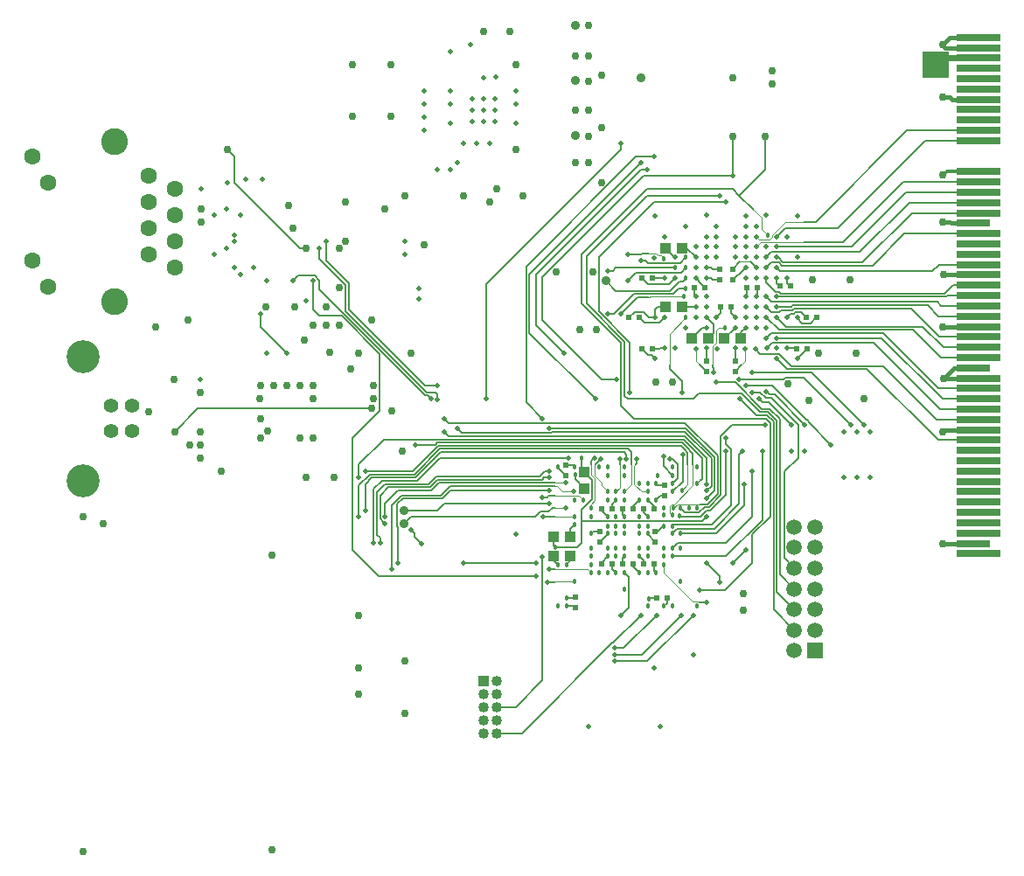
<source format=gbl>
G04 ================== begin FILE IDENTIFICATION RECORD ==================*
G04 Layout Name:  DAQ_CONTROLLER.brd*
G04 Film Name:    BOTTOM*
G04 File Format:  Gerber RS274X*
G04 File Origin:  Cadence Allegro 17.2-S057*
G04 Origin Date:  Wed Aug 07 01:46:16 2019*
G04 *
G04 Layer:  ETCH/BOTTOM*
G04 Layer:  PIN/BOTTOM*
G04 Layer:  VIA CLASS/BOTTOM*
G04 *
G04 Offset:    (0.00 0.00)*
G04 Mirror:    No*
G04 Mode:      Positive*
G04 Rotation:  0*
G04 FullContactRelief:  No*
G04 UndefLineWidth:     0.00*
G04 ================== end FILE IDENTIFICATION RECORD ====================*
%FSLAX25Y25*MOIN*%
%IR0*IPPOS*OFA0.00000B0.00000*MIA0B0*SFA1.00000B1.00000*%
%ADD15C,.02*%
%ADD12C,.03*%
%ADD17C,.04*%
%ADD16C,.035*%
%ADD19C,.018*%
%ADD18R,.04X.04*%
%ADD13C,.05512*%
%ADD22C,.05906*%
%ADD21R,.02362X.02362*%
%ADD24R,.16535X.02756*%
%ADD11C,.06299*%
%ADD23R,.05906X.05906*%
%ADD20R,.03937X.03937*%
%ADD25R,.12598X.02756*%
%ADD14C,.10236*%
%ADD10C,.12598*%
%ADD26C,.012*%
%ADD27C,.024*%
%ADD28C,.016*%
%ADD29C,.004*%
%ADD30C,.006*%
%ADD31C,.008*%
G75*
%LPD*%
G75*
G36*
G01X325000Y30000D02*
X333246D01*
X333273Y29992D01*
G03X333661Y29938I385J1347D01*
G01X335000D01*
Y20000D01*
X325000D01*
Y30000D01*
G37*
G54D10*
X5000Y-133701D03*
Y-86299D03*
G54D20*
X190650Y-162500D03*
X184350D03*
X190650Y-155000D03*
X184350D03*
X196000Y-136650D03*
Y-130350D03*
X236850Y-79500D03*
X226850Y-67500D03*
X233150D03*
X226850Y-45000D03*
X233150D03*
X243150Y-79500D03*
X249350D03*
X255650D03*
G54D11*
X-8307Y-59862D03*
X-14291Y-49862D03*
X-8307Y-20059D03*
X-14291Y-10059D03*
X29961Y-47441D03*
Y-37441D03*
Y-27441D03*
Y-17441D03*
X39961Y-52441D03*
Y-42441D03*
Y-32441D03*
Y-22441D03*
G54D30*
G01X60000Y-7500D02*
X62500Y-10000D01*
Y-20000D01*
X87500Y-45000D01*
X90000D01*
G01X72500Y-70000D02*
Y-75000D01*
X82500Y-85000D01*
G01X137500Y-102500D02*
X136227Y-101227D01*
X135425D01*
X95000Y-60802D01*
Y-57312D01*
X93288Y-55600D01*
X86900D01*
X85000Y-57500D01*
G01X95000Y-45000D02*
Y-49105D01*
X105000Y-59105D01*
Y-69104D01*
X135896Y-100000D01*
X139112D01*
X140000Y-100888D01*
Y-102688D01*
G01X177500Y-170000D02*
X117500D01*
X107500Y-160000D01*
Y-117500D01*
X117850Y-107150D01*
Y-85350D01*
X103450Y-70950D01*
X95000D01*
X92500Y-68450D01*
Y-57500D01*
G01X97500Y-42500D02*
Y-49907D01*
X106200Y-58607D01*
Y-68606D01*
X135094Y-97500D01*
X140000D01*
G01X118100Y-157500D02*
Y-155600D01*
X116900Y-154400D01*
Y-138100D01*
X120000Y-135000D01*
X136604D01*
X139506Y-132098D01*
X178790D01*
X180888Y-130000D01*
X182688D01*
G01X182447Y-132489D02*
X180647D01*
X179838Y-133298D01*
X140004D01*
X137102Y-136200D01*
X121300D01*
X118100Y-139400D01*
Y-148288D01*
X119212Y-149400D01*
X119400D01*
X120000Y-150000D01*
G01Y-147500D02*
Y-142312D01*
X124812Y-137500D01*
X137500D01*
X140502Y-134498D01*
X183786D01*
X183816Y-134528D01*
X184941D01*
G01X115600Y-157500D02*
Y-136899D01*
X118799Y-133700D01*
X132198D01*
X140898Y-125000D01*
X190000D01*
G01X213947Y-127441D02*
Y-122953D01*
X212594Y-121600D01*
X140902D01*
X131202Y-131300D01*
X114104D01*
X110000Y-135404D01*
Y-147500D01*
G01X112500Y-145000D02*
Y-135000D01*
X115000Y-132500D01*
X131700D01*
X141400Y-122800D01*
X211106D01*
X212003Y-123697D01*
Y-125477D01*
X212025Y-125499D01*
X212047D01*
G01X112500Y-130100D02*
X130704D01*
X140404Y-120400D01*
X232800D01*
X234273Y-121873D01*
X234278D01*
X235390Y-122985D01*
Y-127441D01*
G01X110000Y-132500D02*
Y-127500D01*
X119500Y-118000D01*
X233801D01*
X240801Y-125000D01*
Y-132998D01*
X240059Y-133740D01*
G01X125000Y-165094D02*
Y-151398D01*
X124700Y-151098D01*
Y-142610D01*
X126805Y-140505D01*
X141995D01*
X144902Y-137598D01*
X182500D01*
G01X122500Y-167500D02*
Y-143112D01*
X126307Y-139305D01*
X141423D01*
X145000Y-135728D01*
X181682D01*
X181712Y-135698D01*
X183288D01*
X183318Y-135728D01*
X184941D01*
G01X127350Y-150000D02*
X129850Y-147500D01*
X177312D01*
X179315Y-145497D01*
X182291D01*
X183812Y-143976D01*
X184941D01*
G01X127350Y-145000D02*
X140000D01*
X142502Y-142498D01*
X182602D01*
G01X130000Y-152500D02*
X131273Y-153773D01*
Y-155173D01*
X133900Y-157800D01*
G01X131500Y-120000D02*
X139106D01*
X139906Y-119200D01*
X233298D01*
X234771Y-120673D01*
X234776D01*
X237401Y-123298D01*
Y-127441D01*
G01X177500Y-165181D02*
X150000D01*
G01X147500Y-113800D02*
X149300Y-115600D01*
X183288D01*
X183888Y-115000D01*
X234197D01*
X244430Y-125233D01*
Y-135817D01*
X242624Y-137623D01*
G01X142500Y-115000D02*
X144300Y-116800D01*
X234299D01*
X242530Y-125031D01*
Y-135029D01*
G01X142500Y-110000D02*
X144400Y-111900D01*
X180788D01*
X180888Y-111800D01*
X234393D01*
X246830Y-124237D01*
Y-138793D01*
X242976Y-142647D01*
X240059D01*
G01X162500Y-230000D02*
X172312D01*
X206712Y-195600D01*
X206900D01*
X217500Y-185000D01*
G01X162500Y-220000D02*
X169800D01*
X179900Y-209900D01*
Y-171712D01*
X180000Y-171612D01*
Y-162874D01*
G01X210000Y-5000D02*
Y-7500D01*
X158600Y-58900D01*
Y-102500D01*
G01X181800Y-172500D02*
X184493D01*
X184941Y-172052D01*
G01X182500Y-167496D02*
X184941D01*
G01X180103Y-147397D02*
X184941D01*
G01Y-139498D02*
X182302D01*
X181800Y-140000D01*
X180000D01*
Y-140188D01*
X179812D01*
G01X222547Y-10141D02*
X215754D01*
X173800Y-52095D01*
Y-103800D01*
X180000Y-110000D01*
G01X242483Y-140452D02*
X245630Y-137305D01*
Y-124735D01*
X234595Y-113700D01*
X182500D01*
G01X217500Y-12500D02*
X175000Y-55000D01*
Y-77312D01*
X200094Y-102406D01*
G01X220000Y-15000D02*
X217500D01*
X177500Y-55000D01*
Y-74444D01*
X188328Y-85272D01*
G01X252500Y-17500D02*
X218755D01*
X180000Y-56255D01*
Y-72500D01*
X202500Y-95000D01*
X208100D01*
G01X199907Y-125000D02*
X198634Y-126273D01*
Y-127441D01*
G01X200307D02*
X202395Y-125353D01*
G01X247500Y-25000D02*
X220000D01*
X196790Y-48210D01*
Y-66176D01*
X211400Y-80786D01*
Y-101400D01*
X212500Y-102500D01*
X237500D01*
X239494Y-100506D01*
X255882D01*
X262876Y-107500D01*
X266084D01*
X269300Y-110716D01*
Y-176111D01*
X276063Y-182874D01*
G01X213300Y-100000D02*
Y-80988D01*
X201590Y-69278D01*
Y-48410D01*
X222500Y-27500D01*
X250000D01*
G01X255000Y-25000D02*
X252500Y-22500D01*
X220000D01*
X195000Y-47500D01*
Y-66084D01*
X210000Y-81084D01*
Y-105000D01*
X215000Y-110000D01*
X265188D01*
X266900Y-111712D01*
Y-147298D01*
X260000Y-154198D01*
Y-165000D01*
X249528Y-175472D01*
X240059D01*
G01X205000Y-70000D02*
X207312D01*
X214812Y-62500D01*
X230000D01*
X232078Y-60422D01*
X234673D01*
G01X204240Y-57480D02*
X208060Y-61300D01*
X228701D01*
X232314Y-57687D01*
X233470D01*
X234673Y-56484D01*
G01X230736Y-52547D02*
X207953D01*
X206800Y-53700D01*
X205000D01*
G01X232971Y-185000D02*
X217971Y-200000D01*
X207500D01*
G01X237500Y-185000D02*
X220000Y-202500D01*
X207500D01*
G01X223524Y-185000D02*
X211024Y-197500D01*
X207500D01*
G01X211196Y-168902D02*
X212896Y-170602D01*
Y-182104D01*
X210000Y-185000D01*
G01X209548Y-125400D02*
Y-127441D01*
G01X215847Y-125324D02*
Y-127124D01*
X215530Y-127441D01*
G01X210000Y-70000D02*
X216300Y-63700D01*
X220472D01*
G01X212500Y-57500D02*
X215581Y-54419D01*
X232801D01*
X234673Y-52547D01*
G01X212500Y-47500D02*
X217500D01*
X217945Y-47055D01*
X220472D01*
G01X217535Y-49902D02*
X219335D01*
X220139Y-50706D01*
X232577D01*
X234673Y-48610D01*
G01X240059Y-180000D02*
X242500D01*
G01X263800Y-122500D02*
Y-148700D01*
X249897Y-162603D01*
X229552D01*
G01X260000Y-130000D02*
Y-147500D01*
X250000Y-157500D01*
X231506D01*
X229552Y-159454D01*
G01X256200Y-122500D02*
X254927Y-123773D01*
Y-142573D01*
X245504Y-151996D01*
X231252D01*
X229552Y-153696D01*
G01X250073Y-117393D02*
Y-119885D01*
X251900Y-121712D01*
Y-143100D01*
X244454Y-150546D01*
X230052D01*
X229552Y-151046D01*
G01X232363Y-147130D02*
X232630Y-147397D01*
X240095D01*
X242445Y-145047D01*
X243972D01*
X249900Y-139119D01*
Y-138993D01*
X250000Y-138893D01*
Y-122500D01*
G01X256827Y-135000D02*
Y-143172D01*
X246303Y-153696D01*
X232702D01*
G01X265000Y-112500D02*
X252278D01*
X248030Y-116748D01*
Y-139291D01*
X243474Y-143847D01*
X241806D01*
X239706Y-145947D01*
X234402D01*
X232702Y-144247D01*
G01X226173Y-124620D02*
Y-128270D01*
X229552Y-131649D01*
G01Y-134798D02*
X231500Y-132850D01*
Y-127324D01*
X229629Y-125453D01*
X228531D01*
G01X233490Y-123773D02*
Y-134010D01*
X229552Y-137948D01*
G01X233119Y-100000D02*
Y-95756D01*
X228428Y-91065D01*
Y-89528D01*
G01X242500Y-165000D02*
X247500Y-170000D01*
Y-172500D01*
G01X257500Y-160000D02*
X252500Y-165000D01*
G01X276063Y-190748D02*
X268100Y-182785D01*
Y-111214D01*
X265686Y-108800D01*
X261488D01*
X255094Y-102406D01*
G01X276063Y-175000D02*
X270500Y-169437D01*
Y-110218D01*
X266582Y-106300D01*
X263612D01*
X253468Y-96156D01*
X246344D01*
G01X244929Y-89528D02*
Y-90448D01*
X245181Y-90700D01*
Y-92500D01*
G01X297500Y-112500D02*
X279450Y-94450D01*
X272536D01*
X271986Y-95000D01*
X255000D01*
G01X257500Y-97500D02*
X267500D01*
X280600Y-110600D01*
X280788D01*
X281900Y-111712D01*
Y-111900D01*
X290000Y-120000D01*
G01X265000Y-2500D02*
Y-15000D01*
X255000Y-25000D01*
G01D02*
X260472Y-30472D01*
G01X252500Y-17500D02*
Y-2500D01*
G01X276063Y-167126D02*
X272210Y-163273D01*
Y-130289D01*
X277500Y-124999D01*
Y-112312D01*
X267331Y-102143D01*
X265115D01*
X262972Y-100000D01*
X260000D01*
G01X280000Y-112500D02*
X268445Y-100943D01*
X266603D01*
X265330Y-99670D01*
G01X275000Y-112500D02*
X266273Y-103773D01*
X263773D01*
X262500Y-102500D01*
G01X346220Y-118268D02*
X330768D01*
X303700Y-91200D01*
X273362D01*
X271690Y-89528D01*
X271654D01*
X269335Y-87209D01*
G01X302500Y-112500D02*
X282500Y-92500D01*
X260000D01*
G01X265398Y-71461D02*
X270118Y-76181D01*
X321181D01*
X331772Y-86772D01*
X346220D01*
G01X269335Y-79335D02*
X309335D01*
X332520Y-102520D01*
X346220D01*
G01X269335Y-71461D02*
X272855Y-74981D01*
X324981D01*
X332835Y-82835D01*
X346220D01*
G01Y-98583D02*
X331084D01*
X309936Y-77435D01*
X267298D01*
X265398Y-79335D01*
G01X265614Y-83056D02*
X267435Y-81235D01*
X306235D01*
X331457Y-106457D01*
X346220D01*
G01X261245Y-83488D02*
X263066Y-85309D01*
X270309D01*
X275000Y-90000D01*
X310000D01*
X330394Y-110394D01*
X346220D01*
G01X269335Y-63587D02*
X333913D01*
X334350Y-63150D01*
X346220D01*
G01X269335Y-67524D02*
X274780D01*
X275385Y-66919D01*
X326919D01*
X331024Y-71024D01*
X346220D01*
G01X265398Y-56413D02*
Y-58213D01*
X268872Y-61687D01*
X270123D01*
X270823Y-62387D01*
X333415D01*
X336589Y-59213D01*
X346220D01*
G01X265398Y-63587D02*
X267298Y-65487D01*
X330488D01*
X332088Y-67087D01*
X346220D01*
G01Y-78898D02*
X331398D01*
X320619Y-68119D01*
X275883D01*
X275278Y-68724D01*
X270823D01*
X270123Y-69424D01*
X267298D01*
X265398Y-67524D01*
G01X346220Y-4094D02*
X325906D01*
X292500Y-37500D01*
X272500D01*
X269335Y-40665D01*
G01X346220Y-27717D02*
X319783D01*
X300930Y-46570D01*
X267367D01*
X265398Y-48539D01*
G01X346220Y-39528D02*
X317972D01*
X305861Y-51639D01*
X271186D01*
X270123Y-50576D01*
X267298D01*
X265398Y-52476D01*
G01X279528Y-35000D02*
X284228D01*
X319071Y-157D01*
X346220D01*
G01Y-19843D02*
X333552D01*
X333495Y-19900D01*
X331505D01*
X331448Y-19843D01*
X317657D01*
X294598Y-42902D01*
X279528D01*
G01X346220Y-23780D02*
X318720D01*
X297898Y-44602D01*
X269335D01*
G01Y-48539D02*
X269784D01*
X271684Y-50439D01*
X302061D01*
X320846Y-31654D01*
X346220D01*
G01Y-51339D02*
X331160D01*
X328750Y-53749D01*
X270608D01*
X269335Y-52476D01*
G54D21*
X189000Y-131669D03*
Y-127731D03*
X192500Y-178031D03*
Y-181969D03*
X202531Y-165500D03*
X206469D03*
X202000Y-156969D03*
Y-153031D03*
X202531Y-144500D03*
X206469D03*
X223531Y-178500D03*
X210531Y-165500D03*
X214469D03*
X218531D03*
X222469D03*
X210531Y-144500D03*
X214469D03*
X218531D03*
X222469D03*
X223000Y-156969D03*
Y-153031D03*
X213031Y-71500D03*
X216969D03*
X218031Y-83500D03*
X221969D03*
X218031Y-56500D03*
X221969D03*
X227469Y-178500D03*
X226500Y-135531D03*
Y-139469D03*
X238031Y-60000D03*
X242500Y-91969D03*
X253500D03*
X242500Y-88031D03*
X253500D03*
X247500Y-56969D03*
X248031Y-67500D03*
X251969D03*
X241969Y-60000D03*
X252500Y-56969D03*
X258031Y-60000D03*
X247500Y-53031D03*
X252500D03*
X261969Y-60000D03*
X270531Y-59500D03*
X274469D03*
X284469Y-71500D03*
X280531D03*
X280969Y-83500D03*
X277031D03*
G54D12*
X4887Y-275000D03*
X5000Y-147500D03*
X12500Y-150000D03*
X30000Y-107500D03*
X32500Y-75000D03*
X49550Y-125000D03*
X45450Y-120000D03*
X49550Y-115000D03*
Y-120000D03*
X40000Y-115000D03*
X49550Y-100000D03*
X39550Y-95000D03*
X45000Y-72500D03*
X50000Y-35000D03*
Y-30000D03*
X57500Y-130000D03*
X60000Y-7500D03*
X77087Y-274587D03*
Y-162087D03*
X72500Y-117500D03*
X75152Y-114848D03*
X72500Y-110000D03*
X72421Y-102579D03*
X72500Y-97500D03*
X77500D03*
X82500D03*
X74550Y-67500D03*
X85450D03*
X85000Y-37500D03*
X83418Y-28733D03*
X100450Y-132500D03*
X90000D03*
X87500Y-117500D03*
X92500D03*
Y-102500D03*
Y-97500D03*
X87500D03*
X92500Y-74550D03*
X97500D03*
X102500D03*
X98793Y-84892D03*
X89423Y-80151D03*
X97500Y-67500D03*
X102500Y-60000D03*
Y-45000D03*
X90000D03*
X110000Y-215000D03*
Y-205000D03*
Y-185053D03*
X115000Y-106290D03*
X115450Y-102500D03*
X106969Y-90981D03*
X115450Y-97500D03*
X115000Y-72500D03*
X110000Y-85000D03*
X105000Y-42500D03*
Y-27500D03*
X119964Y-29964D03*
X107657Y5157D03*
Y24843D03*
X127500Y-222500D03*
Y-202500D03*
X126500Y-122500D03*
X122500Y-107050D03*
X130000Y-85000D03*
X135000Y-43700D03*
X127500Y-25000D03*
X122343Y5157D03*
Y24843D03*
X150000Y-25000D03*
X172500D03*
X162500Y-22500D03*
X160000Y-27500D03*
X170000Y-7500D03*
Y25000D03*
X167500Y37500D03*
X157500D03*
X185381Y-54269D03*
X200650Y-76032D03*
X194350D03*
X199190Y-54269D03*
X202500Y-20000D03*
X192500Y-12500D03*
X197500D03*
X192500Y7500D03*
X197500D03*
X202500Y1000D03*
X197500Y-2300D03*
X202500Y21000D03*
X192500Y28055D03*
X197500D03*
Y18673D03*
Y40000D03*
X223350Y-96032D03*
X229650D03*
X256468Y-176850D03*
Y-183150D03*
X252500Y-2500D03*
Y20000D03*
X273531Y-96850D03*
X265000Y-2500D03*
X267500Y22500D03*
Y17500D03*
X281468Y-103150D03*
X285382Y-85000D03*
X282882Y-57000D03*
X302500Y-102500D03*
X299619Y-85000D03*
X297119Y-57000D03*
X327598Y27402D03*
X327500Y22500D03*
X332638Y-157638D03*
X332500Y-115000D03*
X332854Y-94646D03*
X332539Y-74961D03*
X332776Y-55276D03*
X332500Y-35000D03*
Y-17000D03*
Y12500D03*
X332598Y27402D03*
X332500Y22500D03*
Y32500D03*
G54D31*
G01X115000Y-106290D02*
X48710D01*
X40000Y-115000D01*
G01X190650Y-162500D02*
Y-164252D01*
X189149Y-165753D01*
G01X184350Y-162500D02*
Y-164104D01*
X185999Y-165753D01*
G01X184350Y-155000D02*
Y-158445D01*
X185000Y-159095D01*
G01D02*
X193405D01*
X195000Y-157500D01*
Y-149197D01*
G01X189000Y-131669D02*
X185999Y-128668D01*
Y-128499D01*
G01X189149Y-178351D02*
X192180D01*
X192500Y-178031D01*
G01X189149Y-181501D02*
X192032D01*
X192500Y-181969D01*
G01X202531Y-165500D02*
Y-164969D01*
X204897Y-162603D01*
G01X202000Y-156969D02*
X204897Y-154072D01*
Y-153696D01*
G01X190650Y-155000D02*
Y-152194D01*
X192298Y-150546D01*
G01X202531Y-144500D02*
Y-145031D01*
X204897Y-147397D01*
G01X202000Y-153031D02*
X199263D01*
X198598Y-153696D01*
G01X195000Y-149197D02*
X240983D01*
X242590Y-147590D01*
G01X196000Y-130350D02*
X199000Y-133350D01*
Y-140830D01*
X195000Y-144830D01*
Y-149197D01*
G01X192581Y-131341D02*
Y-133231D01*
X196000Y-136650D01*
G01X189000Y-127731D02*
X191530D01*
X192298Y-128499D01*
G01X195000Y-125000D02*
Y-129350D01*
X196000Y-130350D01*
G01X223531Y-178500D02*
X221038D01*
X220645Y-178893D01*
G01X218531Y-165500D02*
Y-164180D01*
X216954Y-162603D01*
G01X210531Y-165500D02*
Y-163268D01*
X211196Y-162603D01*
G01X214469Y-165500D02*
Y-166417D01*
X216954Y-168902D01*
G01X206469Y-165500D02*
Y-167325D01*
X208046Y-168902D01*
G01X223228Y-168877D02*
X222469Y-168118D01*
Y-165500D01*
G01X223000Y-156969D02*
X220103Y-154072D01*
Y-153696D01*
G01X218531Y-144500D02*
Y-145825D01*
X220103Y-147397D01*
G01X210531Y-144500D02*
Y-146732D01*
X211196Y-147397D01*
G01X222469Y-144500D02*
Y-143464D01*
X220103Y-141098D01*
G01X214469Y-144500D02*
Y-143583D01*
X216954Y-141098D01*
G01X206469Y-144500D02*
Y-142675D01*
X208046Y-141098D01*
G01X223000Y-153031D02*
X223917D01*
X225902Y-151046D01*
X226402D01*
G01X226500Y-135531D02*
X223986D01*
X223253Y-134798D01*
G01X226500Y-139469D02*
X224882D01*
X223253Y-141098D01*
G01X218031Y-83500D02*
X220396Y-85865D01*
X221447D01*
X222791Y-87209D01*
G01X221969Y-83500D02*
X224600D01*
X224828Y-83272D01*
X226728D01*
G01X216969Y-71500D02*
X218930Y-73461D01*
X224728D01*
X226728Y-71461D01*
G01X222791D02*
Y-68490D01*
X223781Y-67500D01*
X226850D01*
G01X213031Y-71500D02*
X215212Y-69319D01*
X218565D01*
X220707Y-71461D01*
X222791D01*
G01X218031Y-56500D02*
X220212Y-58681D01*
X228397D01*
X230665Y-56413D01*
G01X221969Y-56500D02*
X224741D01*
X224828Y-56413D01*
X226728D01*
G01X227469Y-178500D02*
Y-180434D01*
X226402Y-181501D01*
G01X240059Y-89528D02*
X242500Y-91969D01*
G01X242476Y-75398D02*
X240952D01*
X236850Y-79500D01*
G01X238031Y-60000D02*
Y-63079D01*
X238539Y-63587D01*
G01X233150Y-67500D02*
X236615D01*
X236639Y-67524D01*
X238539D01*
G01Y-56413D02*
X239742Y-57616D01*
Y-57773D01*
X241969Y-60000D01*
G01X226850Y-45000D02*
X230389Y-48539D01*
X230665D01*
G01X233150Y-45000D02*
X235000D01*
X238539Y-48539D01*
G01X255941Y-89528D02*
X253500Y-91969D01*
G01X253587Y-75398D02*
X253452D01*
X249350Y-79500D01*
G01X242500Y-88031D02*
Y-85196D01*
X242476Y-85172D01*
Y-83272D01*
G01X253500Y-88031D02*
Y-85259D01*
X253587Y-85172D01*
Y-83272D01*
G01X255650Y-79500D02*
Y-77272D01*
X257524Y-75398D01*
G01X243150Y-79500D02*
X245181Y-77469D01*
Y-74166D01*
X242476Y-71461D01*
G01X248031Y-67500D02*
Y-69843D01*
X246413Y-71461D01*
G01X258031Y-60000D02*
Y-63080D01*
X257524Y-63587D01*
G01Y-52476D02*
X255000Y-55000D01*
X254469D01*
X252500Y-56969D01*
G01X247500D02*
X244932D01*
X244376Y-56413D01*
X242476D01*
G01X251969Y-67500D02*
Y-69843D01*
X253587Y-71461D01*
G01X261461Y-52476D02*
X259224Y-50239D01*
G01X255292D02*
X252500Y-53031D01*
G01X247500D02*
X244931D01*
X244376Y-52476D01*
X242476D01*
G01X273272Y-83272D02*
X276803D01*
X277031Y-83500D01*
G01X269335Y-56413D02*
Y-58304D01*
X270531Y-59500D01*
G01X280531Y-71500D02*
X278450Y-69419D01*
X276422D01*
X275817Y-70024D01*
X274709D01*
X273272Y-71461D01*
G01Y-56413D02*
Y-58303D01*
X274469Y-59500D01*
G01X261969Y-60000D02*
Y-63079D01*
X261461Y-63587D01*
G01X277209Y-87209D02*
X278553Y-85865D01*
X278604D01*
X280969Y-83500D01*
G01X284469Y-71500D02*
X284308D01*
X282127Y-73681D01*
X278935D01*
X277209Y-71955D01*
Y-71461D01*
G54D22*
X276063Y-198622D03*
Y-190748D03*
Y-182874D03*
Y-175000D03*
Y-167126D03*
Y-159252D03*
Y-151378D03*
X283937Y-190748D03*
Y-175000D03*
Y-182874D03*
Y-159252D03*
Y-167126D03*
Y-151378D03*
G54D13*
X15669Y-105079D03*
Y-114921D03*
X23543D03*
Y-105079D03*
G54D14*
X17008Y-65571D03*
Y-4350D03*
G54D23*
X283937Y-198622D03*
G54D24*
X346220Y-161575D03*
Y-153701D03*
Y-149764D03*
Y-145827D03*
Y-141890D03*
Y-137953D03*
Y-134016D03*
Y-130079D03*
Y-126142D03*
Y-122205D03*
Y-118268D03*
Y-114331D03*
Y-110394D03*
Y-106457D03*
Y-102520D03*
Y-98583D03*
Y-94646D03*
Y-86772D03*
Y-82835D03*
Y-78898D03*
Y-74961D03*
Y-71024D03*
Y-67087D03*
Y-63150D03*
Y-59213D03*
Y-55276D03*
Y-51339D03*
Y-47402D03*
Y-43465D03*
Y-39528D03*
Y-31654D03*
Y-27717D03*
Y-23780D03*
Y-19843D03*
Y-4094D03*
Y-15906D03*
Y-157D03*
Y3780D03*
Y7717D03*
Y11654D03*
Y15591D03*
Y19528D03*
Y23465D03*
Y27402D03*
Y31339D03*
Y35276D03*
G54D15*
X49650Y-95000D03*
X50081Y-22419D03*
X65000Y-55000D03*
X62500Y-52500D03*
X59650Y-45000D03*
X55000Y-47500D03*
X62500Y-40000D03*
X62513Y-42487D03*
X55000Y-32500D03*
X59500Y-30000D03*
X65012Y-32319D03*
X60000Y-20000D03*
X66850Y-18769D03*
X75000Y-85000D03*
X82500D03*
X75000Y-57488D03*
X85000Y-57500D03*
X72500Y-70000D03*
X70000Y-52500D03*
X73150Y-18769D03*
X90000Y-64988D03*
X92500Y-57500D03*
X95000Y-45000D03*
X97500Y-42500D03*
X118100Y-157500D03*
X120000Y-150000D03*
Y-147500D03*
X115600Y-157500D03*
X110000Y-147500D03*
X112500Y-145000D03*
Y-130100D03*
X110000Y-132500D03*
X125000Y-165094D03*
X122500Y-167500D03*
X130000Y-152500D03*
X133900Y-157800D03*
X131500Y-120000D03*
X137500Y-102500D03*
X132981Y-60531D03*
Y-64469D03*
X127500Y-47500D03*
X127457Y-42502D03*
X135000Y10000D03*
Y5000D03*
Y0D03*
Y15000D03*
X150000Y-165181D03*
X147500Y-113800D03*
X142500Y-115000D03*
Y-110000D03*
X140000Y-102688D03*
Y-97500D03*
X147500Y-12500D03*
X145000Y-15000D03*
X155000Y-5000D03*
X150000D03*
X140000Y-15000D03*
X145079Y2579D03*
X153232Y11768D03*
Y7500D03*
Y3232D03*
X145000Y9847D03*
Y15000D03*
Y30000D03*
X152500Y32500D03*
X170000Y-154036D03*
X158600Y-102500D03*
X160000Y-5000D03*
X169921Y2579D03*
X170000Y10000D03*
X157500Y3232D03*
X161768D03*
Y7500D03*
Y11768D03*
X157500D03*
Y7500D03*
X170000Y15000D03*
X162263Y20292D03*
X157500Y20000D03*
X181800Y-172500D03*
X177500Y-165181D03*
X182500Y-167496D03*
X177500Y-170000D03*
X180000Y-162874D03*
X180103Y-147397D03*
X188879Y-143976D03*
X182602Y-142498D03*
X179812Y-140188D03*
X182500Y-137598D03*
X182688Y-130000D03*
X182447Y-132489D03*
X188879Y-134528D03*
X182500Y-113700D03*
X180000Y-110000D03*
X188328Y-85272D03*
X197500Y-227500D03*
X199907Y-125000D03*
X202395Y-125353D03*
X192027Y-137677D03*
X190000Y-125000D03*
X200094Y-102406D03*
X205000Y-70000D03*
Y-53700D03*
X222500Y-205000D03*
X207500Y-200000D03*
Y-202500D03*
Y-197500D03*
X217500Y-185000D03*
X223524D03*
X210000D03*
X209548Y-125400D03*
X215847Y-125324D03*
X212047Y-125499D03*
X213300Y-100000D03*
X208100Y-95000D03*
X222791Y-87209D03*
Y-71461D03*
X210000Y-70000D03*
X212500Y-57500D03*
X222575Y-48755D03*
X212500Y-47500D03*
X217535Y-49902D03*
X222791Y-32791D03*
X220000Y-15000D03*
X210000Y-5000D03*
X217500Y-12500D03*
X222547Y-10141D03*
X225000Y-227500D03*
X237500Y-200000D03*
X232971Y-185000D03*
X237500D03*
X240000Y-175472D03*
X226173Y-124620D03*
X228531Y-125453D03*
X233490Y-123773D03*
X233119Y-100000D03*
X230665Y-83272D03*
X238755Y-83488D03*
X234602Y-75398D03*
X226728Y-83272D03*
X238539Y-71461D03*
X230665Y-56413D03*
X238539Y-63587D03*
X226728Y-71461D03*
Y-56413D03*
X238539Y-67524D03*
Y-56413D03*
Y-52476D03*
X230665Y-48539D03*
X238539Y-44602D03*
X226512Y-40881D03*
X238539Y-48539D03*
X234602Y-36728D03*
X242500Y-180000D03*
Y-165000D03*
X247500Y-172500D03*
X257500Y-160000D03*
X252500Y-165000D03*
X242590Y-147590D03*
X242624Y-137623D03*
X242530Y-135029D03*
X256827Y-135000D03*
X242483Y-140452D03*
X256200Y-122500D03*
X250073Y-117393D03*
X250000Y-122500D03*
X255094Y-102406D03*
X246344Y-96156D03*
X245181Y-92500D03*
X255000Y-95000D03*
X257500Y-97500D03*
X257308Y-83488D03*
X242476Y-75398D03*
X253587D03*
X242476Y-83272D03*
X246629Y-83488D03*
X253587Y-83272D03*
X257524Y-75398D03*
X242476Y-67524D03*
X246413Y-71461D03*
X257524D03*
Y-63587D03*
X242476Y-56413D03*
X257524Y-67524D03*
X242476Y-71461D03*
X253587D03*
X257524Y-56413D03*
X242476Y-63587D03*
Y-48539D03*
X253587D03*
X257524Y-52476D03*
X242476Y-40665D03*
X246413D03*
Y-44602D03*
X253587Y-40665D03*
X257524D03*
Y-44602D03*
Y-48539D03*
X242476Y-52476D03*
X246413Y-48539D03*
X242476Y-44602D03*
X253587D03*
X242692Y-32575D03*
X246413Y-36728D03*
X257524Y-32791D03*
Y-36728D03*
X247500Y-25000D03*
X250000Y-27500D03*
X252500Y-17500D03*
X260000Y-130000D03*
X263800Y-122500D03*
X275000D03*
X265000Y-112500D03*
X275000D03*
X260000Y-100000D03*
X265330Y-99670D03*
X262500Y-102500D03*
X260000Y-92500D03*
X269335Y-83272D03*
X265398Y-75398D03*
X261461D03*
X273272Y-83272D03*
X269335Y-79335D03*
Y-87209D03*
X265398Y-79335D03*
X265614Y-83056D03*
X261245Y-83488D03*
X261461Y-67524D03*
Y-56413D03*
X269335D03*
X273272Y-71461D03*
Y-56413D03*
X261461Y-71461D03*
Y-63587D03*
X269335D03*
Y-67524D03*
X265398Y-71461D03*
Y-56413D03*
Y-63587D03*
Y-67524D03*
X269335Y-71461D03*
X261461Y-48539D03*
X273272Y-40665D03*
X265398Y-44602D03*
X261461Y-52476D03*
X269335Y-40665D03*
X265398Y-48539D03*
Y-52476D03*
X261461Y-40665D03*
Y-44602D03*
X269335D03*
Y-48539D03*
Y-52476D03*
X261461Y-36728D03*
X265182Y-32575D03*
X280000Y-122500D03*
Y-112500D03*
X290000Y-120000D03*
X277209Y-87209D03*
Y-71461D03*
Y-48539D03*
Y-32791D03*
X305000Y-132500D03*
X300000D03*
X295000D03*
X300000Y-115000D03*
X295000D03*
X305000D03*
X302500Y-112500D03*
X297500D03*
G54D25*
X344252Y-157638D03*
Y-90709D03*
Y-35591D03*
G54D16*
X127350Y-150000D03*
Y-145000D03*
X204240Y-57480D03*
X192500Y-2277D03*
Y18723D03*
Y40000D03*
X217500Y20000D03*
G54D26*
G01X346220Y-15906D02*
X334094D01*
X333500Y-16500D01*
X333000D01*
X332500Y-17000D01*
G54D17*
X162500Y-230000D03*
X157500D03*
X162500Y-225000D03*
Y-220000D03*
Y-215000D03*
Y-210000D03*
X157500Y-225000D03*
Y-220000D03*
Y-215000D03*
G54D27*
G01X346220Y27402D02*
X332598D01*
G54D18*
X157500Y-210000D03*
G54D28*
G01X344252Y-157638D02*
X332638D01*
G01X346220Y-114331D02*
X333169D01*
X332500Y-115000D01*
G01X346220Y-94646D02*
X332854D01*
G01X344252Y-90709D02*
X336791D01*
X332854Y-94646D01*
G01X346220Y-74961D02*
X332539D01*
G01X346220Y-55276D02*
X332776D01*
G01X344252Y-35591D02*
X335891D01*
X335300Y-35000D01*
X332500D01*
G01X346220Y11654D02*
X336146D01*
X335300Y12500D01*
X332500D01*
G01X346220Y31339D02*
X333661D01*
X332500Y32500D01*
G01X346220Y35276D02*
X335276D01*
X332500Y32500D01*
G54D19*
X185999Y-181501D03*
X189149Y-178351D03*
Y-181501D03*
Y-165753D03*
X185999D03*
X185000Y-159095D03*
X185999Y-128499D03*
X204897Y-162603D03*
X198598Y-159454D03*
X204897D03*
X192298Y-172052D03*
X198598Y-168902D03*
Y-165753D03*
Y-162603D03*
X204897Y-168902D03*
X201747D03*
X204897Y-153696D03*
X192298Y-150546D03*
X204897Y-151046D03*
Y-147397D03*
X192298Y-141098D03*
X195448D03*
X198598Y-144247D03*
X192298Y-147397D03*
X198598Y-153696D03*
X204897Y-141098D03*
X198598Y-147397D03*
X204897Y-131649D03*
X192581Y-131341D03*
X204897Y-128499D03*
X201747D03*
X192298D03*
X204897Y-137948D03*
X195000Y-125000D03*
X220103Y-181501D03*
X220645Y-178893D03*
X211196Y-175202D03*
X208046Y-159454D03*
X220103Y-162603D03*
X216954D03*
Y-159454D03*
X211196Y-162603D03*
Y-159454D03*
X208046Y-162603D03*
X220103Y-159454D03*
X211196Y-168902D03*
X220103D03*
X216954D03*
X208046D03*
X223228Y-168877D03*
X208046Y-153696D03*
X211196D03*
X216954D03*
X220103D03*
Y-147397D03*
X216954Y-151046D03*
Y-147397D03*
X211196Y-151046D03*
Y-147397D03*
X208046D03*
Y-151046D03*
X220103D03*
Y-141098D03*
X216954D03*
X211196D03*
X208046D03*
X223253D03*
X220103Y-134798D03*
X216954D03*
X211196Y-131649D03*
Y-128499D03*
X223253Y-134798D03*
X223794Y-131649D03*
X208046Y-137948D03*
X220103D03*
X211196D03*
X239001Y-181501D03*
X229552D03*
X226402D03*
X232702Y-172052D03*
Y-159454D03*
X229552Y-162603D03*
X226402D03*
Y-159454D03*
X229552D03*
X226402Y-165753D03*
X235851Y-144247D03*
X229602Y-146897D03*
X229552Y-153696D03*
Y-151046D03*
X230052Y-144247D03*
X232363Y-147130D03*
X226402Y-151046D03*
Y-146897D03*
Y-144197D03*
X239001Y-144247D03*
X232702Y-153696D03*
Y-144247D03*
X239001Y-128499D03*
X229552Y-131649D03*
Y-134798D03*
Y-128499D03*
Y-137948D03*
X233243Y-137406D03*
X239001Y-134798D03*
X233907Y-63593D03*
X234673Y-60422D03*
Y-71390D03*
Y-56484D03*
X230736Y-52547D03*
X226392Y-49006D03*
X234673Y-48610D03*
Y-52547D03*
X249578Y-75327D03*
X265827Y-40236D03*
G54D29*
G01X184941Y-134528D02*
X188879D01*
G01X211196Y-137948D02*
X214075Y-135069D01*
Y-128214D01*
X213947Y-128086D01*
Y-127441D01*
G01X235390D02*
Y-135259D01*
X233243Y-137406D01*
G01X240059Y-133740D02*
X239001Y-134798D01*
G01X184941Y-135728D02*
X185727D01*
X187676Y-137677D01*
X192027D01*
G01X184941Y-143976D02*
X188879D01*
G01X237401Y-127441D02*
Y-135511D01*
X230265Y-142647D01*
X229389D01*
X228452Y-143584D01*
Y-146247D01*
X229102Y-146897D01*
X229602D01*
G01X240059Y-142647D02*
X231652D01*
X230052Y-144247D01*
G01X184941Y-172052D02*
X192298D01*
G01X184941Y-167496D02*
X197192D01*
X198598Y-168902D01*
G01X184941Y-147397D02*
X192298D01*
G01X195448Y-141098D02*
X193848Y-139498D01*
X184941D01*
G01X198634Y-127441D02*
Y-131569D01*
X200000Y-132935D01*
Y-141245D01*
X198598Y-142647D01*
Y-144247D01*
G01X204897Y-137948D02*
X202500Y-135551D01*
Y-134303D01*
X200000Y-131803D01*
Y-127748D01*
X200307Y-127441D01*
G01X240059Y-175472D02*
X240000D01*
G01X209548Y-127441D02*
Y-136446D01*
X208046Y-137948D01*
G01X215530Y-127441D02*
X214875Y-128096D01*
Y-134982D01*
X217841Y-137948D01*
X220103D01*
G01X220472Y-63700D02*
X220970D01*
X221077Y-63593D01*
X233907D01*
G01X220472Y-47055D02*
X223280D01*
X224099Y-47874D01*
X225260D01*
X226392Y-49006D01*
G01X226402Y-165753D02*
Y-168902D01*
X237401Y-179901D01*
X239664D01*
X239763Y-180000D01*
X240059D01*
G01X238755Y-83488D02*
Y-88224D01*
X240059Y-89528D01*
G01X228428D02*
Y-77635D01*
X234673Y-71390D01*
G01X257308Y-83488D02*
Y-88161D01*
X255941Y-89528D01*
G01X249578Y-75327D02*
X247181D01*
X246181Y-76327D01*
Y-81255D01*
X244929Y-82507D01*
Y-89528D01*
G01X259224Y-50239D02*
X255292D01*
G01X260472Y-30472D02*
X263482Y-33482D01*
Y-37891D01*
X265827Y-40236D01*
G01X261461Y-40665D02*
X262632Y-41836D01*
X266490D01*
X267427Y-40899D01*
Y-40072D01*
X272499Y-35000D01*
X279528D01*
G01Y-42902D02*
X263161D01*
X261461Y-44602D01*
M02*

</source>
